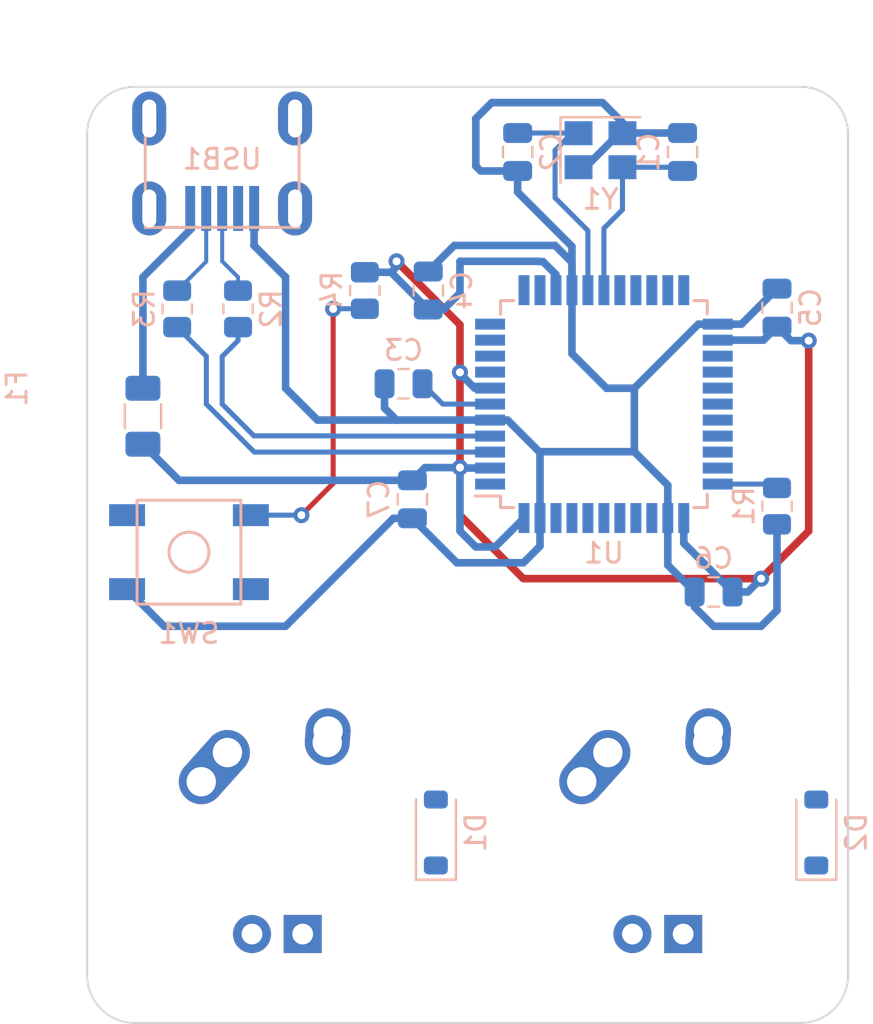
<source format=kicad_pcb>
(kicad_pcb (version 20221018) (generator pcbnew)
  (layers (0 "F.Cu" signal) (31 "B.Cu" signal) (34 "B.Paste" user) (35 "F.Paste" user) (36 "B.SilkS" user "B.Silkscreen") (37 "F.SilkS" user "F.Silkscreen") (38 "B.Mask" user) (39 "F.Mask" user) (44 "Edge.Cuts" user))
  (net 0 "")
  (net 1 "Net-(U1-UCAP)")
  (net 2 "GND")
  (net 3 "+5V")
  (net 4 "Net-(U1-XTAL1)")
  (net 5 "Net-(U1-XTAL2)")
  (net 6 "ROW0")
  (net 7 "Net-(D1-A)")
  (net 8 "Net-(D2-A)")
  (net 9 "VCC")
  (net 10 "COL0")
  (net 11 "COL1")
  (net 12 "Net-(U1-~{HWB}{slash}PE2)")
  (net 13 "Net-(U1-D+)")
  (net 14 "D+")
  (net 15 "D-")
  (net 16 "Net-(U1-D-)")
  (net 17 "Net-(U1-~{RESET})")
  (footprint "MX_Alps_Hybrid:MX-1U" (layer "F.Cu") (at 190.5 87.3125)
    (fp_text reference "MX1")
    (fp_text value "MX-NoLED")
    (pad "" np_thru_hole circle (at -5.08 0 48.0996) (size 1.75 1.75) (drill 1.75) (layers "*.Cu" "*.Mask"))
    (pad "" np_thru_hole circle (at 0 0) (size 3.9878 3.9878) (drill 3.9878) (layers "*.Cu" "*.Mask"))
    (pad "" np_thru_hole circle (at 5.08 0 48.0996) (size 1.75 1.75) (drill 1.75) (layers "*.Cu" "*.Mask"))
    (pad "1" thru_hole oval (at -3.81 -2.54 48.0996) (size 4.211556 2.25) (drill 1.47 (offset 0.980778 0)) (layers "*.Cu" "B.Mask") (net 10 "COL0"))
    (pad "1" thru_hole circle (at -2.5 -4) (size 2.25 2.25) (drill 1.47) (layers "*.Cu" "B.Mask") (net 10 "COL0"))
    (pad "2" thru_hole oval (at 2.5 -4.5 86.0548) (size 2.831378 2.25) (drill 1.47 (offset 0.290689 0)) (layers "*.Cu" "B.Mask") (net 7 "Net-(D1-A)"))
    (pad "2" thru_hole circle (at 2.54 -5.08) (size 2.25 2.25) (drill 1.47) (layers "*.Cu" "B.Mask") (net 7 "Net-(D1-A)"))
    (pad "3" thru_hole circle (at -1.27 5.08) (size 1.905 1.905) (drill 1.04) (layers "*.Cu" "B.Mask"))
    (pad "4" thru_hole rect (at 1.27 5.08) (size 1.905 1.905) (drill 1.04) (layers "*.Cu" "B.Mask"))
  )
  (footprint "MX_Alps_Hybrid:MX-1U" (layer "F.Cu") (at 209.55 87.3125)
    (fp_text reference "MX2")
    (fp_text value "MX-NoLED")
    (pad "" np_thru_hole circle (at -5.08 0 48.0996) (size 1.75 1.75) (drill 1.75) (layers "*.Cu" "*.Mask"))
    (pad "" np_thru_hole circle (at 0 0) (size 3.9878 3.9878) (drill 3.9878) (layers "*.Cu" "*.Mask"))
    (pad "" np_thru_hole circle (at 5.08 0 48.0996) (size 1.75 1.75) (drill 1.75) (layers "*.Cu" "*.Mask"))
    (pad "1" thru_hole oval (at -3.81 -2.54 48.0996) (size 4.211556 2.25) (drill 1.47 (offset 0.980778 0)) (layers "*.Cu" "B.Mask") (net 11 "COL1"))
    (pad "1" thru_hole circle (at -2.5 -4) (size 2.25 2.25) (drill 1.47) (layers "*.Cu" "B.Mask") (net 11 "COL1"))
    (pad "2" thru_hole oval (at 2.5 -4.5 86.0548) (size 2.831378 2.25) (drill 1.47 (offset 0.290689 0)) (layers "*.Cu" "B.Mask") (net 8 "Net-(D2-A)"))
    (pad "2" thru_hole circle (at 2.54 -5.08) (size 2.25 2.25) (drill 1.47) (layers "*.Cu" "B.Mask") (net 8 "Net-(D2-A)"))
    (pad "3" thru_hole circle (at -1.27 5.08) (size 1.905 1.905) (drill 1.04) (layers "*.Cu" "B.Mask"))
    (pad "4" thru_hole rect (at 1.27 5.08) (size 1.905 1.905) (drill 1.04) (layers "*.Cu" "B.Mask"))
  )
  (footprint "Diode_SMD:D_SOD-123" (layer "B.Cu") (at 198.4375 87.3125 90)
    (fp_text reference "D1" (at 0 2 90) (layer "B.SilkS") (effects (justify mirror)))
    (fp_text value "D_Small")
    (fp_line (start -2.36 -1) (end 1.65 -1) (stroke (width 0.12)) (layer "B.SilkS"))
    (fp_line (start -2.36 1) (end -2.36 -1) (stroke (width 0.12)) (layer "B.SilkS"))
    (fp_line (start -2.36 1) (end 1.65 1) (stroke (width 0.12)) (layer "B.SilkS"))
    (pad "1" smd roundrect (at -1.65 0 90) (size 0.9 1.2) (layers "B.Cu" "B.Paste" "B.Mask") (net 6 "ROW0"))
    (pad "2" smd roundrect (at 1.65 0 90) (size 0.9 1.2) (layers "B.Cu" "B.Paste" "B.Mask") (net 7 "Net-(D1-A)"))
  )
  (footprint "Fuse:Fuse_1206_3216Metric" (layer "B.Cu") (at 183.769 66.4875 -90)
    (fp_text reference "F1" (at -1.391 6.30825 90) (layer "B.SilkS") (effects (justify mirror)))
    (fp_text value "500mA")
    (fp_line (start -0.602064 -0.91) (end 0.602064 -0.91) (stroke (width 0.12)) (layer "B.SilkS"))
    (fp_line (start -0.602064 0.91) (end 0.602064 0.91) (stroke (width 0.12)) (layer "B.SilkS"))
    (pad "1" smd roundrect (at -1.4 0 270) (size 1.25 1.75) (layers "B.Cu" "B.Paste" "B.Mask") (roundrect_rratio 0.2) (net 9 "VCC"))
    (pad "2" smd roundrect (at 1.4 0 270) (size 1.25 1.75) (layers "B.Cu" "B.Paste" "B.Mask") (roundrect_rratio 0.2) (net 3 "+5V"))
  )
  (footprint "Resistor_SMD:R_0805_2012Metric" (layer "B.Cu") (at 215.519 70.98475 -90)
    (fp_text reference "R1" (at 0 1.65 90) (layer "B.SilkS") (effects (justify mirror)))
    (fp_text value "10k")
    (fp_line (start -0.227064 -0.735) (end 0.227064 -0.735) (stroke (width 0.12)) (layer "B.SilkS"))
    (fp_line (start -0.227064 0.735) (end 0.227064 0.735) (stroke (width 0.12)) (layer "B.SilkS"))
    (pad "1" smd roundrect (at -0.9125 0 270) (size 1.025 1.4) (layers "B.Cu" "B.Paste" "B.Mask") (roundrect_rratio 0.243902) (net 12 "Net-(U1-~{HWB}{slash}PE2)"))
    (pad "2" smd roundrect (at 0.9125 0 270) (size 1.025 1.4) (layers "B.Cu" "B.Paste" "B.Mask") (roundrect_rratio 0.243902) (net 2 "GND"))
  )
  (footprint "Capacitor_SMD:C_0805_2012Metric" (layer "B.Cu") (at 212.344 75.27925 180)
    (fp_text reference "C6" (at 0 1.68) (layer "B.SilkS") (effects (justify mirror)))
    (fp_text value "0.1uF")
    (fp_line (start -0.261252 -0.735) (end 0.261252 -0.735) (stroke (width 0.12)) (layer "B.SilkS"))
    (fp_line (start -0.261252 0.735) (end 0.261252 0.735) (stroke (width 0.12)) (layer "B.SilkS"))
    (pad "1" smd roundrect (at -0.95 0 180) (size 1 1.45) (layers "B.Cu" "B.Paste" "B.Mask") (net 3 "+5V"))
    (pad "2" smd roundrect (at 0.95 0 180) (size 1 1.45) (layers "B.Cu" "B.Paste" "B.Mask") (net 2 "GND"))
  )
  (footprint "Resistor_SMD:R_0805_2012Metric" (layer "B.Cu") (at 194.8815 60.198 -90)
    (fp_text reference "R4" (at 0 1.65 90) (layer "B.SilkS") (effects (justify mirror)))
    (fp_text value "10k")
    (fp_line (start -0.227064 -0.735) (end 0.227064 -0.735) (stroke (width 0.12)) (layer "B.SilkS"))
    (fp_line (start -0.227064 0.735) (end 0.227064 0.735) (stroke (width 0.12)) (layer "B.SilkS"))
    (pad "1" smd roundrect (at -0.9125 0 270) (size 1.025 1.4) (layers "B.Cu" "B.Paste" "B.Mask") (roundrect_rratio 0.243902) (net 3 "+5V"))
    (pad "2" smd roundrect (at 0.9125 0 270) (size 1.025 1.4) (layers "B.Cu" "B.Paste" "B.Mask") (roundrect_rratio 0.243902) (net 17 "Net-(U1-~{RESET})"))
  )
  (footprint "Capacitor_SMD:C_0805_2012Metric" (layer "B.Cu") (at 215.519 61.05525 90)
    (fp_text reference "C5" (at 0 1.68 90) (layer "B.SilkS") (effects (justify mirror)))
    (fp_text value "0.1uF")
    (fp_line (start -0.261252 -0.735) (end 0.261252 -0.735) (stroke (width 0.12)) (layer "B.SilkS"))
    (fp_line (start -0.261252 0.735) (end 0.261252 0.735) (stroke (width 0.12)) (layer "B.SilkS"))
    (pad "1" smd roundrect (at -0.95 0 90) (size 1 1.45) (layers "B.Cu" "B.Paste" "B.Mask") (net 3 "+5V"))
    (pad "2" smd roundrect (at 0.95 0 90) (size 1 1.45) (layers "B.Cu" "B.Paste" "B.Mask") (net 2 "GND"))
  )
  (footprint "Capacitor_SMD:C_0805_2012Metric" (layer "B.Cu") (at 198.0565 60.198 90)
    (fp_text reference "C4" (at 0 1.68 90) (layer "B.SilkS") (effects (justify mirror)))
    (fp_text value "0.1uF")
    (fp_line (start -0.261252 -0.735) (end 0.261252 -0.735) (stroke (width 0.12)) (layer "B.SilkS"))
    (fp_line (start -0.261252 0.735) (end 0.261252 0.735) (stroke (width 0.12)) (layer "B.SilkS"))
    (pad "1" smd roundrect (at -0.95 0 90) (size 1 1.45) (layers "B.Cu" "B.Paste" "B.Mask") (net 3 "+5V"))
    (pad "2" smd roundrect (at 0.95 0 90) (size 1 1.45) (layers "B.Cu" "B.Paste" "B.Mask") (net 2 "GND"))
  )
  (footprint "Diode_SMD:D_SOD-123" (layer "B.Cu") (at 217.4875 87.3125 90)
    (fp_text reference "D2" (at 0 2 90) (layer "B.SilkS") (effects (justify mirror)))
    (fp_text value "D_Small")
    (fp_line (start -2.36 -1) (end 1.65 -1) (stroke (width 0.12)) (layer "B.SilkS"))
    (fp_line (start -2.36 1) (end -2.36 -1) (stroke (width 0.12)) (layer "B.SilkS"))
    (fp_line (start -2.36 1) (end 1.65 1) (stroke (width 0.12)) (layer "B.SilkS"))
    (pad "1" smd roundrect (at -1.65 0 90) (size 0.9 1.2) (layers "B.Cu" "B.Paste" "B.Mask") (net 6 "ROW0"))
    (pad "2" smd roundrect (at 1.65 0 90) (size 0.9 1.2) (layers "B.Cu" "B.Paste" "B.Mask") (net 8 "Net-(D2-A)"))
  )
  (footprint "Resistor_SMD:R_0805_2012Metric" (layer "B.Cu") (at 188.5315 61.11875 90)
    (fp_text reference "R2" (at 0 1.65 90) (layer "B.SilkS") (effects (justify mirror)))
    (fp_text value "22")
    (fp_line (start -0.227064 -0.735) (end 0.227064 -0.735) (stroke (width 0.12)) (layer "B.SilkS"))
    (fp_line (start -0.227064 0.735) (end 0.227064 0.735) (stroke (width 0.12)) (layer "B.SilkS"))
    (pad "1" smd roundrect (at -0.9125 0 90) (size 1.025 1.4) (layers "B.Cu" "B.Paste" "B.Mask") (roundrect_rratio 0.243902) (net 13 "Net-(U1-D+)"))
    (pad "2" smd roundrect (at 0.9125 0 90) (size 1.025 1.4) (layers "B.Cu" "B.Paste" "B.Mask") (roundrect_rratio 0.243902) (net 14 "D+"))
  )
  (footprint "Crystal:Crystal_SMD_3225-4Pin_3.2x2.5mm" (layer "B.Cu") (at 206.68125 53.18125)
    (fp_text reference "Y1" (at 0 2.45) (layer "B.SilkS") (effects (justify mirror)))
    (fp_text value "16MHz")
    (fp_line (start -2 -1.65) (end 2 -1.65) (stroke (width 0.12)) (layer "B.SilkS"))
    (fp_line (start -2 1.65) (end -2 -1.65) (stroke (width 0.12)) (layer "B.SilkS"))
    (pad "1" smd rect (at -1.1 -0.85) (size 1.4 1.2) (layers "B.Cu" "B.Paste" "B.Mask") (net 5 "Net-(U1-XTAL2)"))
    (pad "2" smd rect (at 1.1 -0.85) (size 1.4 1.2) (layers "B.Cu" "B.Paste" "B.Mask") (net 2 "GND"))
    (pad "3" smd rect (at 1.1 0.85) (size 1.4 1.2) (layers "B.Cu" "B.Paste" "B.Mask") (net 4 "Net-(U1-XTAL1)"))
    (pad "4" smd rect (at -1.1 0.85) (size 1.4 1.2) (layers "B.Cu" "B.Paste" "B.Mask") (net 2 "GND"))
  )
  (footprint "Capacitor_SMD:C_0805_2012Metric" (layer "B.Cu") (at 196.81825 64.86525 180)
    (fp_text reference "C3" (at 0 1.68) (layer "B.SilkS") (effects (justify mirror)))
    (fp_text value "1uF")
    (fp_line (start -0.261252 -0.735) (end 0.261252 -0.735) (stroke (width 0.12)) (layer "B.SilkS"))
    (fp_line (start -0.261252 0.735) (end 0.261252 0.735) (stroke (width 0.12)) (layer "B.SilkS"))
    (pad "1" smd roundrect (at -0.95 0 180) (size 1 1.45) (layers "B.Cu" "B.Paste" "B.Mask") (net 1 "Net-(U1-UCAP)"))
    (pad "2" smd roundrect (at 0.95 0 180) (size 1 1.45) (layers "B.Cu" "B.Paste" "B.Mask") (net 2 "GND"))
  )
  (footprint "random-keyboard-parts:SKQG-1155865" (layer "B.Cu") (at 186.07525 73.2875 180)
    (fp_text reference "SW1" (at 0 -4.064) (layer "B.SilkS") (effects (justify mirror)))
    (fp_text value "SW_Push")
    (fp_line (start -2.6 -2.6) (end -2.6 2.6) (stroke (width 0.15)) (layer "B.SilkS"))
    (fp_line (start -2.6 2.6) (end 2.6 2.6) (stroke (width 0.15)) (layer "B.SilkS"))
    (fp_line (start 2.6 -2.6) (end -2.6 -2.6) (stroke (width 0.15)) (layer "B.SilkS"))
    (fp_line (start 2.6 2.6) (end 2.6 -2.6) (stroke (width 0.15)) (layer "B.SilkS"))
    (fp_circle (center 0 0) (end 1 0) (stroke (width 0.15)) (fill none) (layer "B.SilkS"))
    (pad "1" smd rect (at 3.1 -1.85 180) (size 1.8 1.1) (layers "B.Cu" "B.Paste" "B.Mask") (net 2 "GND"))
    (pad "2" smd rect (at -3.1 1.85 180) (size 1.8 1.1) (layers "B.Cu" "B.Paste" "B.Mask") (net 17 "Net-(U1-~{RESET})"))
    (pad "3" smd rect (at 3.1 1.85 180) (size 1.8 1.1) (layers "B.Cu" "B.Paste" "B.Mask"))
    (pad "4" smd rect (at -3.1 -1.85 180) (size 1.8 1.1) (layers "B.Cu" "B.Paste" "B.Mask"))
  )
  (footprint "Capacitor_SMD:C_0805_2012Metric" (layer "B.Cu") (at 202.53325 53.26925 90)
    (fp_text reference "C2" (at 0 1.68 90) (layer "B.SilkS") (effects (justify mirror)))
    (fp_text value "22pF")
    (fp_line (start -0.261252 -0.735) (end 0.261252 -0.735) (stroke (width 0.12)) (layer "B.SilkS"))
    (fp_line (start -0.261252 0.735) (end 0.261252 0.735) (stroke (width 0.12)) (layer "B.SilkS"))
    (pad "1" smd roundrect (at -0.95 0 90) (size 1 1.45) (layers "B.Cu" "B.Paste" "B.Mask") (net 2 "GND"))
    (pad "2" smd roundrect (at 0.95 0 90) (size 1 1.45) (layers "B.Cu" "B.Paste" "B.Mask") (net 5 "Net-(U1-XTAL2)"))
  )
  (footprint "Package_QFP:TQFP-44_10x10mm_P0.8mm" (layer "B.Cu") (at 206.85125 65.88125)
    (fp_text reference "U1" (at 0 7.45 -360) (layer "B.SilkS") (effects (justify mirror)))
    (fp_text value "ATmega32U4-A")
    (fp_line (start -5.175 -5.175) (end -5.175 -4.5) (stroke (width 0.15)) (layer "B.SilkS"))
    (fp_line (start -5.175 -5.175) (end -4.5 -5.175) (stroke (width 0.15)) (layer "B.SilkS"))
    (fp_line (start -5.175 4.6) (end -6.45 4.6) (stroke (width 0.15)) (layer "B.SilkS"))
    (fp_line (start -5.175 5.175) (end -5.175 4.6) (stroke (width 0.15)) (layer "B.SilkS"))
    (fp_line (start -5.175 5.175) (end -4.5 5.175) (stroke (width 0.15)) (layer "B.SilkS"))
    (fp_line (start 5.175 -5.175) (end 4.5 -5.175) (stroke (width 0.15)) (layer "B.SilkS"))
    (fp_line (start 5.175 -5.175) (end 5.175 -4.5) (stroke (width 0.15)) (layer "B.SilkS"))
    (fp_line (start 5.175 5.175) (end 4.5 5.175) (stroke (width 0.15)) (layer "B.SilkS"))
    (fp_line (start 5.175 5.175) (end 5.175 4.5) (stroke (width 0.15)) (layer "B.SilkS"))
    (pad "1" smd rect (at -5.7 4) (size 1.5 0.55) (layers "B.Cu" "B.Paste" "B.Mask"))
    (pad "2" smd rect (at -5.7 3.2) (size 1.5 0.55) (layers "B.Cu" "B.Paste" "B.Mask") (net 3 "+5V"))
    (pad "3" smd rect (at -5.7 2.4) (size 1.5 0.55) (layers "B.Cu" "B.Paste" "B.Mask") (net 16 "Net-(U1-D-)"))
    (pad "4" smd rect (at -5.7 1.6) (size 1.5 0.55) (layers "B.Cu" "B.Paste" "B.Mask") (net 13 "Net-(U1-D+)"))
    (pad "5" smd rect (at -5.7 0.8) (size 1.5 0.55) (layers "B.Cu" "B.Paste" "B.Mask") (net 2 "GND"))
    (pad "6" smd rect (at -5.7 0) (size 1.5 0.55) (layers "B.Cu" "B.Paste" "B.Mask") (net 1 "Net-(U1-UCAP)"))
    (pad "7" smd rect (at -5.7 -0.8) (size 1.5 0.55) (layers "B.Cu" "B.Paste" "B.Mask") (net 3 "+5V"))
    (pad "8" smd rect (at -5.7 -1.6) (size 1.5 0.55) (layers "B.Cu" "B.Paste" "B.Mask"))
    (pad "9" smd rect (at -5.7 -2.4) (size 1.5 0.55) (layers "B.Cu" "B.Paste" "B.Mask"))
    (pad "10" smd rect (at -5.7 -3.2) (size 1.5 0.55) (layers "B.Cu" "B.Paste" "B.Mask"))
    (pad "11" smd rect (at -5.7 -4) (size 1.5 0.55) (layers "B.Cu" "B.Paste" "B.Mask"))
    (pad "12" smd rect (at -4 -5.7 270) (size 1.5 0.55) (layers "B.Cu" "B.Paste" "B.Mask"))
    (pad "13" smd rect (at -3.2 -5.7 270) (size 1.5 0.55) (layers "B.Cu" "B.Paste" "B.Mask") (net 17 "Net-(U1-~{RESET})"))
    (pad "14" smd rect (at -2.4 -5.7 270) (size 1.5 0.55) (layers "B.Cu" "B.Paste" "B.Mask") (net 3 "+5V"))
    (pad "15" smd rect (at -1.6 -5.7 270) (size 1.5 0.55) (layers "B.Cu" "B.Paste" "B.Mask") (net 2 "GND"))
    (pad "16" smd rect (at -0.8 -5.7 270) (size 1.5 0.55) (layers "B.Cu" "B.Paste" "B.Mask") (net 5 "Net-(U1-XTAL2)"))
    (pad "17" smd rect (at 0 -5.7 270) (size 1.5 0.55) (layers "B.Cu" "B.Paste" "B.Mask") (net 4 "Net-(U1-XTAL1)"))
    (pad "18" smd rect (at 0.8 -5.7 270) (size 1.5 0.55) (layers "B.Cu" "B.Paste" "B.Mask"))
    (pad "19" smd rect (at 1.6 -5.7 270) (size 1.5 0.55) (layers "B.Cu" "B.Paste" "B.Mask"))
    (pad "20" smd rect (at 2.4 -5.7 270) (size 1.5 0.55) (layers "B.Cu" "B.Paste" "B.Mask"))
    (pad "21" smd rect (at 3.2 -5.7 270) (size 1.5 0.55) (layers "B.Cu" "B.Paste" "B.Mask"))
    (pad "22" smd rect (at 4 -5.7 270) (size 1.5 0.55) (layers "B.Cu" "B.Paste" "B.Mask"))
    (pad "23" smd rect (at 5.7 -4) (size 1.5 0.55) (layers "B.Cu" "B.Paste" "B.Mask") (net 2 "GND"))
    (pad "24" smd rect (at 5.7 -3.2) (size 1.5 0.55) (layers "B.Cu" "B.Paste" "B.Mask") (net 3 "+5V"))
    (pad "25" smd rect (at 5.7 -2.4) (size 1.5 0.55) (layers "B.Cu" "B.Paste" "B.Mask"))
    (pad "26" smd rect (at 5.7 -1.6) (size 1.5 0.55) (layers "B.Cu" "B.Paste" "B.Mask"))
    (pad "27" smd rect (at 5.7 -0.8) (size 1.5 0.55) (layers "B.Cu" "B.Paste" "B.Mask") (net 6 "ROW0"))
    (pad "28" smd rect (at 5.7 0) (size 1.5 0.55) (layers "B.Cu" "B.Paste" "B.Mask") (net 11 "COL1"))
    (pad "29" smd rect (at 5.7 0.8) (size 1.5 0.55) (layers "B.Cu" "B.Paste" "B.Mask") (net 10 "COL0"))
    (pad "30" smd rect (at 5.7 1.6) (size 1.5 0.55) (layers "B.Cu" "B.Paste" "B.Mask"))
    (pad "31" smd rect (at 5.7 2.4) (size 1.5 0.55) (layers "B.Cu" "B.Paste" "B.Mask"))
    (pad "32" smd rect (at 5.7 3.2) (size 1.5 0.55) (layers "B.Cu" "B.Paste" "B.Mask"))
    (pad "33" smd rect (at 5.7 4) (size 1.5 0.55) (layers "B.Cu" "B.Paste" "B.Mask") (net 12 "Net-(U1-~{HWB}{slash}PE2)"))
    (pad "34" smd rect (at 4 5.7 270) (size 1.5 0.55) (layers "B.Cu" "B.Paste" "B.Mask") (net 3 "+5V"))
    (pad "35" smd rect (at 3.2 5.7 270) (size 1.5 0.55) (layers "B.Cu" "B.Paste" "B.Mask") (net 2 "GND"))
    (pad "36" smd rect (at 2.4 5.7 270) (size 1.5 0.55) (layers "B.Cu" "B.Paste" "B.Mask"))
    (pad "37" smd rect (at 1.6 5.7 270) (size 1.5 0.55) (layers "B.Cu" "B.Paste" "B.Mask"))
    (pad "38" smd rect (at 0.8 5.7 270) (size 1.5 0.55) (layers "B.Cu" "B.Paste" "B.Mask"))
    (pad "39" smd rect (at 0 5.7 270) (size 1.5 0.55) (layers "B.Cu" "B.Paste" "B.Mask"))
    (pad "40" smd rect (at -0.8 5.7 270) (size 1.5 0.55) (layers "B.Cu" "B.Paste" "B.Mask"))
    (pad "41" smd rect (at -1.6 5.7 270) (size 1.5 0.55) (layers "B.Cu" "B.Paste" "B.Mask"))
    (pad "42" smd rect (at -2.4 5.7 270) (size 1.5 0.55) (layers "B.Cu" "B.Paste" "B.Mask"))
    (pad "43" smd rect (at -3.2 5.7 270) (size 1.5 0.55) (layers "B.Cu" "B.Paste" "B.Mask") (net 2 "GND"))
    (pad "44" smd rect (at -4 5.7 270) (size 1.5 0.55) (layers "B.Cu" "B.Paste" "B.Mask") (net 3 "+5V"))
  )
  (footprint "random-keyboard-parts:Molex-0548190589" (layer "B.Cu") (at 187.73775 51.59375 -90)
    (fp_text reference "USB1" (at 2.032 0 -360) (layer "B.SilkS") (effects (justify mirror)))
    (fp_text value "Molex-0548190589")
    (fp_line (start 0 -3.85) (end 5.45 -3.85) (stroke (width 0.15)) (layer "B.SilkS"))
    (fp_line (start 0 3.85) (end 5.45 3.85) (stroke (width 0.15)) (layer "B.SilkS"))
    (fp_line (start 5.45 3.85) (end 5.45 -3.85) (stroke (width 0.15)) (layer "B.SilkS"))
    (pad "1" smd rect (at 4.5 -1.6 270) (size 2.25 0.5) (layers "B.Cu" "B.Paste" "B.Mask") (net 2 "GND"))
    (pad "2" smd rect (at 4.5 -0.8 270) (size 2.25 0.5) (layers "B.Cu" "B.Paste" "B.Mask"))
    (pad "3" smd rect (at 4.5 0 270) (size 2.25 0.5) (layers "B.Cu" "B.Paste" "B.Mask") (net 14 "D+"))
    (pad "4" smd rect (at 4.5 0.8 270) (size 2.25 0.5) (layers "B.Cu" "B.Paste" "B.Mask") (net 15 "D-"))
    (pad "5" smd rect (at 4.5 1.6 270) (size 2.25 0.5) (layers "B.Cu" "B.Paste" "B.Mask") (net 9 "VCC"))
    (pad "6" thru_hole oval (at 0 -3.65 270) (size 2.7 1.7) (drill oval 1.9 0.7) (layers "*.Cu" "*.Mask"))
    (pad "6" thru_hole oval (at 0 3.65 270) (size 2.7 1.7) (drill oval 1.9 0.7) (layers "*.Cu" "*.Mask"))
    (pad "6" thru_hole oval (at 4.5 -3.65 270) (size 2.7 1.7) (drill oval 1.9 0.7) (layers "*.Cu" "*.Mask"))
    (pad "6" thru_hole oval (at 4.5 3.65 270) (size 2.7 1.7) (drill oval 1.9 0.7) (layers "*.Cu" "*.Mask"))
  )
  (footprint "Resistor_SMD:R_0805_2012Metric" (layer "B.Cu") (at 185.4835 61.11875 -90)
    (fp_text reference "R3" (at 0 1.65 90) (layer "B.SilkS") (effects (justify mirror)))
    (fp_text value "22")
    (fp_line (start -0.227064 -0.735) (end 0.227064 -0.735) (stroke (width 0.12)) (layer "B.SilkS"))
    (fp_line (start -0.227064 0.735) (end 0.227064 0.735) (stroke (width 0.12)) (layer "B.SilkS"))
    (pad "1" smd roundrect (at -0.9125 0 270) (size 1.025 1.4) (layers "B.Cu" "B.Paste" "B.Mask") (roundrect_rratio 0.243902) (net 15 "D-"))
    (pad "2" smd roundrect (at 0.9125 0 270) (size 1.025 1.4) (layers "B.Cu" "B.Paste" "B.Mask") (roundrect_rratio 0.243902) (net 16 "Net-(U1-D-)"))
  )
  (footprint "Capacitor_SMD:C_0805_2012Metric" (layer "B.Cu") (at 210.78825 53.26925 -90)
    (fp_text reference "C1" (at 0 1.68 90) (layer "B.SilkS") (effects (justify mirror)))
    (fp_text value "22pF")
    (fp_line (start -0.261252 -0.735) (end 0.261252 -0.735) (stroke (width 0.12)) (layer "B.SilkS"))
    (fp_line (start -0.261252 0.735) (end 0.261252 0.735) (stroke (width 0.12)) (layer "B.SilkS"))
    (pad "1" smd roundrect (at -0.95 0 270) (size 1 1.45) (layers "B.Cu" "B.Paste" "B.Mask") (net 2 "GND"))
    (pad "2" smd roundrect (at 0.95 0 270) (size 1 1.45) (layers "B.Cu" "B.Paste" "B.Mask") (net 4 "Net-(U1-XTAL1)"))
  )
  (footprint "Capacitor_SMD:C_0805_2012Metric" (layer "B.Cu") (at 197.26275 70.64375 -90)
    (fp_text reference "C7" (at 0 1.68 90) (layer "B.SilkS") (effects (justify mirror)))
    (fp_text value "10uF")
    (fp_line (start -0.261252 -0.735) (end 0.261252 -0.735) (stroke (width 0.12)) (layer "B.SilkS"))
    (fp_line (start -0.261252 0.735) (end 0.261252 0.735) (stroke (width 0.12)) (layer "B.SilkS"))
    (pad "1" smd roundrect (at -0.95 0 270) (size 1 1.45) (layers "B.Cu" "B.Paste" "B.Mask") (net 3 "+5V"))
    (pad "2" smd roundrect (at 0.95 0 270) (size 1 1.45) (layers "B.Cu" "B.Paste" "B.Mask") (net 2 "GND"))
  )
  (gr_line (start 183.35625 96.8375) (end 216.69375 96.8375) (stroke (width 0.1)) (layer "Edge.Cuts"))
  (gr_line (start 219.075 80.16875) (end 219.075 94.45625) (stroke (width 0.1)) (layer "Edge.Cuts"))
  (gr_arc (start 183.35625 96.8375) (mid 181.672452 96.140048) (end 180.975 94.45625) (stroke (width 0.1)) (layer "Edge.Cuts"))
  (gr_arc (start 219.075 94.45625) (mid 218.377548 96.140048) (end 216.69375 96.8375) (stroke (width 0.1)) (layer "Edge.Cuts"))
  (gr_line (start 219.075 94.45625) (end 219.075 80.16875) (stroke (width 0.1)) (layer "Edge.Cuts"))
  (gr_line (start 219.075 80.16875) (end 219.075 94.45625) (stroke (width 0.1)) (layer "Edge.Cuts"))
  (gr_arc (start 180.975 52.3875) (mid 181.672452 50.703702) (end 183.35625 50.00625) (stroke (width 0.1)) (layer "Edge.Cuts"))
  (gr_line (start 183.35625 50.00625) (end 216.69375 50.00625) (stroke (width 0.1)) (layer "Edge.Cuts"))
  (gr_arc (start 216.69375 50.00625) (mid 218.377548 50.703702) (end 219.075 52.3875) (stroke (width 0.1)) (layer "Edge.Cuts"))
  (gr_line (start 180.975 94.45625) (end 180.975 52.3875) (stroke (width 0.1)) (layer "Edge.Cuts"))
  (gr_line (start 219.075 94.45625) (end 219.075 52.3875) (stroke (width 0.1)) (layer "Edge.Cuts"))
  (segment (start 198.78425 65.88125) (end 201.15125 65.88125) (width 0.254) (layer "B.Cu") (net 1))
  (segment (start 197.76825 64.86525) (end 198.78425 65.88125) (width 0.254) (layer "B.Cu") (net 1))
  (segment (start 199.36075 57.94375) (end 204.4065 57.94375) (width 0.381) (layer "B.Cu") (net 2))
  (segment (start 210.05125 73.9365) (end 211.394 75.27925) (width 0.381) (layer "B.Cu") (net 2))
  (segment (start 211.394 75.27925) (end 211.394 76.04375) (width 0.381) (layer "B.Cu") (net 2))
  (segment (start 213.743 61.88125) (end 215.519 60.10525) (width 0.381) (layer "B.Cu") (net 2))
  (segment (start 208.37525 68.2625) (end 210.05125 69.9385) (width 0.381) (layer "B.Cu") (net 2))
  (segment (start 207.629 52.33125) (end 207.78125 52.33125) (width 0.381) (layer "B.Cu") (net 2))
  (segment (start 207.78125 51.7935) (end 207.78125 52.33125) (width 0.381) (layer "B.Cu") (net 2))
  (segment (start 214.72525 76.99375) (end 215.519 76.2) (width 0.381) (layer "B.Cu") (net 2))
  (segment (start 210.78825 52.31925) (end 207.79325 52.31925) (width 0.381) (layer "B.Cu") (net 2))
  (segment (start 203.65125 72.9865) (end 203.65125 71.58125) (width 0.381) (layer "B.Cu") (net 2))
  (segment (start 203.61275 68.2625) (end 202.0315 66.68125) (width 0.381) (layer "B.Cu") (net 2))
  (segment (start 197.26275 71.59375) (end 196.31275 71.59375) (width 0.381) (layer "B.Cu") (net 2))
  (segment (start 210.05125 71.58125) (end 210.05125 73.9365) (width 0.381) (layer "B.Cu") (net 2))
  (segment (start 208.37525 65.0875) (end 211.5815 61.88125) (width 0.381) (layer "B.Cu") (net 2))
  (segment (start 208.37525 68.2625) (end 203.61275 68.2625) (width 0.381) (layer "B.Cu") (net 2))
  (segment (start 205.929 54.03125) (end 207.629 52.33125) (width 0.381) (layer "B.Cu") (net 2))
  (segment (start 190.91275 59.53125) (end 190.91275 65.0875) (width 0.381) (layer "B.Cu") (net 2))
  (segment (start 184.8315 76.99375) (end 182.97525 75.1375) (width 0.381) (layer "B.Cu") (net 2))
  (segment (start 210.64925 52.33125) (end 210.66125 52.31925) (width 0.381) (layer "B.Cu") (net 2))
  (segment (start 198.0565 59.248) (end 199.36075 57.94375) (width 0.381) (layer "B.Cu") (net 2))
  (segment (start 206.78775 50.8) (end 207.78125 51.7935) (width 0.381) (layer "B.Cu") (net 2))
  (segment (start 212.344 76.99375) (end 214.72525 76.99375) (width 0.381) (layer "B.Cu") (net 2))
  (segment (start 206.98025 65.0875) (end 208.37525 65.0875) (width 0.381) (layer "B.Cu") (net 2))
  (segment (start 190.91275 76.99375) (end 184.8315 76.99375) (width 0.381) (layer "B.Cu") (net 2))
  (segment (start 207.78125 52.33125) (end 207.4335 52.33125) (width 0.381) (layer "B.Cu") (net 2))
  (segment (start 192.5065 66.68125) (end 196.469 66.68125) (width 0.381) (layer "B.Cu") (net 2))
  (segment (start 196.469 66.68125) (end 201.15125 66.68125) (width 0.381) (layer "B.Cu") (net 2))
  (segment (start 205.25125 60.18125) (end 205.25125 63.3585) (width 0.381) (layer "B.Cu") (net 2))
  (segment (start 189.33775 57.93125) (end 189.32525 57.94375) (width 0.381) (layer "B.Cu") (net 2))
  (segment (start 202.53325 54.21925) (end 202.53325 55.27675) (width 0.381) (layer "B.Cu") (net 2))
  (segment (start 189.33775 56.09375) (end 189.33775 57.93125) (width 0.381) (layer "B.Cu") (net 2))
  (segment (start 205.25125 59.53125) (end 205.25125 60.18125) (width 0.381) (layer "B.Cu") (net 2))
  (segment (start 202.0315 66.68125) (end 201.15125 66.68125) (width 0.381) (layer "B.Cu") (net 2))
  (segment (start 203.61275 68.2625) (end 203.65125 68.301) (width 0.381) (layer "B.Cu") (net 2))
  (segment (start 207.79325 52.31925) (end 207.78125 52.33125) (width 0.381) (layer "B.Cu") (net 2))
  (segment (start 195.86825 66.0805) (end 196.469 66.68125) (width 0.381) (layer "B.Cu") (net 2))
  (segment (start 197.26275 71.59375) (end 199.48775 73.81875) (width 0.381) (layer "B.Cu") (net 2))
  (segment (start 202.53325 54.21925) (end 200.682 54.21925) (width 0.381) (layer "B.Cu") (net 2))
  (segment (start 205.58125 54.03125) (end 205.929 54.03125) (width 0.381) (layer "B.Cu") (net 2))
  (segment (start 208.37525 65.0875) (end 208.37525 68.2625) (width 0.381) (layer "B.Cu") (net 2))
  (segment (start 201.2315 50.8) (end 206.78775 50.8) (width 0.381) (layer "B.Cu") (net 2))
  (segment (start 190.91275 65.0875) (end 192.5065 66.68125) (width 0.381) (layer "B.Cu") (net 2))
  (segment (start 205.25125 58.7885) (end 205.25125 59.53125) (width 0.381) (layer "B.Cu") (net 2))
  (segment (start 200.43775 53.975) (end 200.43775 51.59375) (width 0.381) (layer "B.Cu") (net 2))
  (segment (start 205.25125 57.99475) (end 205.25125 59.53125) (width 0.381) (layer "B.Cu") (net 2))
  (segment (start 195.86825 64.86525) (end 195.86825 66.0805) (width 0.381) (layer "B.Cu") (net 2))
  (segment (start 205.25125 63.3585) (end 206.98025 65.0875) (width 0.381) (layer "B.Cu") (net 2))
  (segment (start 202.819 73.81875) (end 203.65125 72.9865) (width 0.381) (layer "B.Cu") (net 2))
  (segment (start 189.32525 57.94375) (end 190.91275 59.53125) (width 0.381) (layer "B.Cu") (net 2))
  (segment (start 199.48775 73.81875) (end 202.819 73.81875) (width 0.381) (layer "B.Cu") (net 2))
  (segment (start 211.5815 61.88125) (end 212.55125 61.88125) (width 0.381) (layer "B.Cu") (net 2))
  (segment (start 203.65125 68.301) (end 203.65125 71.58125) (width 0.381) (layer "B.Cu") (net 2))
  (segment (start 202.53325 55.27675) (end 205.25125 57.99475) (width 0.381) (layer "B.Cu") (net 2))
  (segment (start 200.43775 51.59375) (end 201.2315 50.8) (width 0.381) (layer "B.Cu") (net 2))
  (segment (start 196.31275 71.59375) (end 190.91275 76.99375) (width 0.381) (layer "B.Cu") (net 2))
  (segment (start 200.682 54.21925) (end 200.43775 53.975) (width 0.381) (layer "B.Cu") (net 2))
  (segment (start 215.519 76.2) (end 215.519 71.89725) (width 0.381) (layer "B.Cu") (net 2))
  (segment (start 212.55125 61.88125) (end 213.743 61.88125) (width 0.381) (layer "B.Cu") (net 2))
  (segment (start 211.394 76.04375) (end 212.344 76.99375) (width 0.381) (layer "B.Cu") (net 2))
  (segment (start 204.4065 57.94375) (end 205.25125 58.7885) (width 0.381) (layer "B.Cu") (net 2))
  (segment (start 210.05125 69.9385) (end 210.05125 71.58125) (width 0.381) (layer "B.Cu") (net 2))
  (segment (start 202.819 74.6125) (end 214.72525 74.6125) (width 0.381) (layer "F.Cu") (net 3))
  (segment (start 199.644 69.05625) (end 199.644 64.29375) (width 0.381) (layer "F.Cu") (net 3))
  (segment (start 214.72525 74.6125) (end 217.1065 72.23125) (width 0.381) (layer "F.Cu") (net 3))
  (segment (start 217.1065 72.23125) (end 217.1065 62.70625) (width 0.381) (layer "F.Cu") (net 3))
  (segment (start 199.644 69.05625) (end 199.644 71.4375) (width 0.381) (layer "F.Cu") (net 3))
  (segment (start 199.644 61.9125) (end 196.469 58.7375) (width 0.381) (layer "F.Cu") (net 3))
  (segment (start 199.644 64.29375) (end 199.644 61.9125) (width 0.381) (layer "F.Cu") (net 3))
  (segment (start 199.644 71.4375) (end 202.819 74.6125) (width 0.381) (layer "F.Cu") (net 3))
  (via (at 217.1065 62.70625) (size 0.8) (drill 0.4) (layers "F.Cu" "B.Cu") (net 3))
  (via (at 214.72525 74.6125) (size 0.8) (drill 0.4) (layers "F.Cu" "B.Cu") (net 3))
  (via (at 199.644 69.05625) (size 0.8) (drill 0.4) (layers "F.Cu" "B.Cu") (net 3))
  (via (at 199.644 64.29375) (size 0.8) (drill 0.4) (layers "F.Cu" "B.Cu") (net 3))
  (via (at 196.469 58.7375) (size 0.8) (drill 0.4) (layers "F.Cu" "B.Cu") (net 3))
  (segment (start 217.1065 62.70625) (end 216.22 62.70625) (width 0.381) (layer "B.Cu") (net 3))
  (segment (start 183.769 67.8875) (end 185.57525 69.69375) (width 0.381) (layer "B.Cu") (net 3))
  (segment (start 199.644 64.35125) (end 199.644 64.29375) (width 0.381) (layer "B.Cu") (net 3))
  (segment (start 214.0585 75.27925) (end 214.72525 74.6125) (width 0.381) (layer "B.Cu") (net 3))
  (segment (start 204.45125 59.404) (end 204.45125 60.18125) (width 0.381) (layer "B.Cu") (net 3))
  (segment (start 210.85125 71.58125) (end 210.85125 72.8365) (width 0.381) (layer "B.Cu") (net 3))
  (segment (start 199.644 69.05625) (end 197.90025 69.05625) (width 0.381) (layer "B.Cu") (net 3))
  (segment (start 203.598796 58.751454) (end 203.798704 58.751454) (width 0.381) (layer "B.Cu") (net 3))
  (segment (start 199.669 69.08125) (end 199.644 69.05625) (width 0.381) (layer "B.Cu") (net 3))
  (segment (start 197.90025 69.05625) (end 197.26275 69.69375) (width 0.381) (layer "B.Cu") (net 3))
  (segment (start 201.15125 69.08125) (end 199.669 69.08125) (width 0.381) (layer "B.Cu") (net 3))
  (segment (start 196.469 58.7375) (end 196.469 59.0105) (width 0.381) (layer "B.Cu") (net 3))
  (segment (start 201.15125 65.08125) (end 200.374 65.08125) (width 0.381) (layer "B.Cu") (net 3))
  (segment (start 214.843 62.68125) (end 215.519 62.00525) (width 0.381) (layer "B.Cu") (net 3))
  (segment (start 199.644 72.23125) (end 199.644 69.05625) (width 0.381) (layer "B.Cu") (net 3))
  (segment (start 196.469 59.0105) (end 196.194 59.2855) (width 0.381) (layer "B.Cu") (net 3))
  (segment (start 196.194 59.2855) (end 198.0565 61.148) (width 0.381) (layer "B.Cu") (net 3))
  (segment (start 198.0565 61.148) (end 198.821 61.148) (width 0.381) (layer "B.Cu") (net 3))
  (segment (start 200.374 65.08125) (end 199.644 64.35125) (width 0.381) (layer "B.Cu") (net 3))
  (segment (start 202.85125 71.58125) (end 201.4075 73.025) (width 0.381) (layer "B.Cu") (net 3))
  (segment (start 185.57525 69.69375) (end 197.26275 69.69375) (width 0.381) (layer "B.Cu") (net 3))
  (segment (start 213.294 75.27925) (end 214.0585 75.27925) (width 0.381) (layer "B.Cu") (net 3))
  (segment (start 212.55125 62.68125) (end 214.843 62.68125) (width 0.381) (layer "B.Cu") (net 3))
  (segment (start 210.85125 72.8365) (end 213.294 75.27925) (width 0.381) (layer "B.Cu") (net 3))
  (segment (start 201.4075 73.025) (end 200.43775 73.025) (width 0.381) (layer "B.Cu") (net 3))
  (segment (start 199.644 60.325) (end 199.644 58.7375) (width 0.381) (layer "B.Cu") (net 3))
  (segment (start 194.8815 59.2855) (end 196.194 59.2855) (width 0.381) (layer "B.Cu") (net 3))
  (segment (start 200.43775 73.025) (end 199.644 72.23125) (width 0.381) (layer "B.Cu") (net 3))
  (segment (start 216.22 62.70625) (end 215.519 62.00525) (width 0.381) (layer "B.Cu") (net 3))
  (segment (start 198.821 61.148) (end 199.644 60.325) (width 0.381) (layer "B.Cu") (net 3))
  (segment (start 203.798704 58.751454) (end 204.45125 59.404) (width 0.381) (layer "B.Cu") (net 3))
  (segment (start 203.584842 58.7375) (end 203.598796 58.751454) (width 0.381) (layer "B.Cu") (net 3))
  (segment (start 199.644 58.7375) (end 203.584842 58.7375) (width 0.381) (layer "B.Cu") (net 3))
  (segment (start 207.78125 54.03125) (end 210.60025 54.03125) (width 0.254) (layer "B.Cu") (net 4))
  (segment (start 210.47325 54.03125) (end 210.66125 54.21925) (width 0.254) (layer "B.Cu") (net 4))
  (segment (start 207.78125 56.1565) (end 206.85125 57.0865) (width 0.254) (layer "B.Cu") (net 4))
  (segment (start 207.78125 54.03125) (end 207.78125 56.1565) (width 0.254) (layer "B.Cu") (net 4))
  (segment (start 210.60025 54.03125) (end 210.78825 54.21925) (width 0.254) (layer "B.Cu") (net 4))
  (segment (start 206.85125 57.0865) (end 206.85125 60.18125) (width 0.254) (layer "B.Cu") (net 4))
  (segment (start 205.56925 52.31925) (end 205.58125 52.33125) (width 0.254) (layer "B.Cu") (net 5))
  (segment (start 204.4065 55.5625) (end 206.05125 57.20725) (width 0.254) (layer "B.Cu") (net 5))
  (segment (start 202.53325 52.31925) (end 205.56925 52.31925) (width 0.254) (layer "B.Cu") (net 5))
  (segment (start 205.58125 52.33125) (end 205.2565 52.33125) (width 0.254) (layer "B.Cu") (net 5))
  (segment (start 204.4065 53.18125) (end 204.4065 55.5625) (width 0.254) (layer "B.Cu") (net 5))
  (segment (start 206.05125 57.20725) (end 206.05125 60.18125) (width 0.254) (layer "B.Cu") (net 5))
  (segment (start 205.2565 52.33125) (end 204.4065 53.18125) (width 0.254) (layer "B.Cu") (net 5))
  (segment (start 186.13775 56.09375) (end 186.13775 57.1625) (width 0.381) (layer "B.Cu") (net 9))
  (segment (start 186.13775 57.1625) (end 183.769 59.53125) (width 0.381) (layer "B.Cu") (net 9))
  (segment (start 183.769 59.53125) (end 183.769 65.0875) (width 0.381) (layer "B.Cu") (net 9))
  (segment (start 212.55125 69.88125) (end 215.328 69.88125) (width 0.254) (layer "B.Cu") (net 12))
  (segment (start 215.328 69.88125) (end 215.519 70.07225) (width 0.254) (layer "B.Cu") (net 12))
  (segment (start 193.294 67.48125) (end 193.294 67.46875) (width 0.254) (layer "B.Cu") (net 13))
  (segment (start 188.5315 62.70625) (end 187.73775 63.5) (width 0.254) (layer "B.Cu") (net 13))
  (segment (start 187.73775 63.5) (end 187.73775 65.88125) (width 0.254) (layer "B.Cu") (net 13))
  (segment (start 193.294 67.48125) (end 201.15125 67.48125) (width 0.254) (layer "B.Cu") (net 13))
  (segment (start 188.5315 62.03125) (end 188.5315 62.70625) (width 0.254) (layer "B.Cu") (net 13))
  (segment (start 187.73775 65.88125) (end 189.32525 67.46875) (width 0.254) (layer "B.Cu") (net 13))
  (segment (start 189.32525 67.46875) (end 193.294 67.46875) (width 0.254) (layer "B.Cu") (net 13))
  (segment (start 187.73775 58.7375) (end 188.5315 59.53125) (width 0.2) (layer "B.Cu") (net 14))
  (segment (start 187.73775 56.09375) (end 187.73775 58.7375) (width 0.2) (layer "B.Cu") (net 14))
  (segment (start 188.5315 59.53125) (end 188.5315 60.20625) (width 0.2) (layer "B.Cu") (net 14))
  (segment (start 186.93775 58.752) (end 185.4835 60.20625) (width 0.2) (layer "B.Cu") (net 15))
  (segment (start 186.93775 56.09375) (end 186.93775 58.752) (width 0.2) (layer "B.Cu") (net 15))
  (segment (start 186.944 65.88125) (end 189.344 68.28125) (width 0.254) (layer "B.Cu") (net 16))
  (segment (start 185.4835 62.03125) (end 186.944 63.49175) (width 0.254) (layer "B.Cu") (net 16))
  (segment (start 186.944 63.49175) (end 186.944 65.88125) (width 0.254) (layer "B.Cu") (net 16))
  (segment (start 189.344 68.28125) (end 201.15125 68.28125) (width 0.254) (layer "B.Cu") (net 16))
  (segment (start 193.294 69.85) (end 191.7065 71.4375) (width 0.254) (layer "F.Cu") (net 17))
  (segment (start 193.294 61.11875) (end 193.294 69.85) (width 0.254) (layer "F.Cu") (net 17))
  (via (at 191.7065 71.4375) (size 0.8) (drill 0.4) (layers "F.Cu" "B.Cu") (net 17))
  (via (at 193.294 61.11875) (size 0.8) (drill 0.4) (layers "F.Cu" "B.Cu") (net 17))
  (segment (start 191.7065 71.4375) (end 189.17525 71.4375) (width 0.254) (layer "B.Cu") (net 17))
  (segment (start 193.30225 61.1105) (end 193.294 61.11875) (width 0.254) (layer "B.Cu") (net 17))
  (segment (start 194.8815 61.1105) (end 193.30225 61.1105) (width 0.254) (layer "B.Cu") (net 17))
)
</source>
